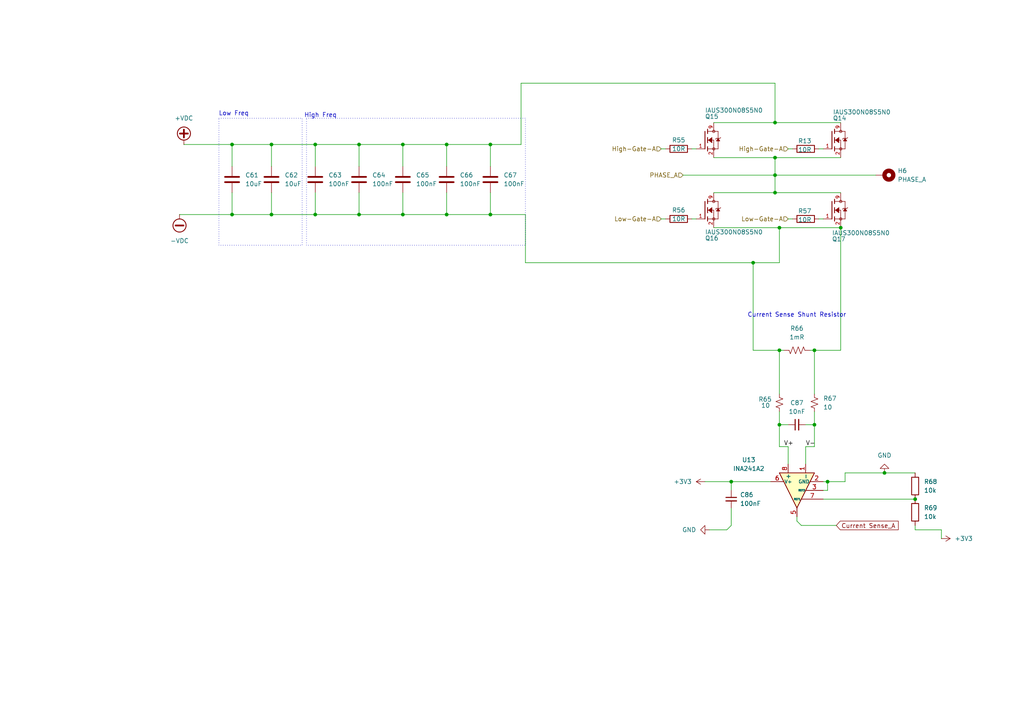
<source format=kicad_sch>
(kicad_sch (version 20250114) (generator "eeschema") (generator_version "9.0")
  (paper "A4")
  (lib_symbols
    (symbol "Device:C" (pin_numbers (hide yes)) (pin_names (offset 0.254))
      (property "Reference" "C" (at 0.635 2.54 0))
      (property "Value" "C" (at 0.635 -2.54 0))
      (symbol "C_0_1"
        (polyline (pts (xy -2.032 0.762) (xy 2.032 0.762)) (stroke (width 0.508)))
        (polyline (pts (xy -2.032 -0.762) (xy 2.032 -0.762)) (stroke (width 0.508)))
      )
      (symbol "C_1_1"
        (pin passive line (at 0 3.81 270) (length 2.794) (name "~") (number "1"))
        (pin passive line (at 0 -3.81 90) (length 2.794) (name "~") (number "2"))
      )
    )
    (symbol "Device:R" (pin_numbers (hide yes)) (pin_names (offset 0))
      (property "Reference" "R" (at 2.032 0 90))
      (property "Value" "R" (at 0 0 90))
      (symbol "R_0_1"
        (rectangle (start -1.016 -2.54) (end 1.016 2.54) (stroke (width 0.254)))
      )
      (symbol "R_1_1"
        (pin passive line (at 0 3.81 270) (length 1.27) (name "~") (number "1"))
        (pin passive line (at 0 -3.81 90) (length 1.27) (name "~") (number "2"))
      )
    )
    (symbol "IAUS300N08S5N014ATMA1:IAUS300N08S5N014ATMA1" (pin_names (offset 1.016))
      (property "Reference" "Q" (at -8.89 2.54 0))
      (property "Value" "IAUS300N08S5N014ATMA1" (at -8.89 -7.62 0))
      (symbol "IAUS300N08S5N014ATMA1_0_0"
        (polyline (pts (xy 0 2.54) (xy 0 -2.54)) (stroke (width 0.254)))
        (polyline (pts (xy 0.762 3.175) (xy 0.762 2.54)) (stroke (width 0.254)))
        (polyline (pts (xy 0.762 2.54) (xy 0.762 1.905)) (stroke (width 0.254)))
        (polyline (pts (xy 0.762 2.54) (xy 3.81 2.54)) (stroke (width 0.1524)))
        (polyline (pts (xy 0.762 0.762) (xy 0.762 0)) (stroke (width 0.254)))
        (polyline (pts (xy 0.762 0) (xy 0.762 -0.762)) (stroke (width 0.254)))
        (polyline (pts (xy 0.762 0) (xy 2.54 0)) (stroke (width 0.1524)))
        (polyline (pts (xy 0.762 -1.905) (xy 0.762 -2.54)) (stroke (width 0.254)))
        (polyline (pts (xy 0.762 -2.54) (xy 0.762 -3.175)) (stroke (width 0.254)))
        (polyline (pts (xy 1.016 0) (xy 2.032 0.762) (xy 2.032 -0.762) (xy 1.016 0)) (stroke (width 0.1524)) (fill (type outline)))
        (circle (center 2.54 2.54) (radius 0.3592))
        (polyline (pts (xy 2.54 0) (xy 2.54 -2.54)) (stroke (width 0.1524)))
        (polyline (pts (xy 2.54 -2.54) (xy 0.762 -2.54)) (stroke (width 0.1524)))
        (polyline (pts (xy 2.54 -2.54) (xy 3.81 -2.54)) (stroke (width 0.1524)))
        (circle (center 2.54 -2.54) (radius 0.3592))
        (polyline (pts (xy 3.302 0.508) (xy 3.048 0.254)) (stroke (width 0.1524)))
        (polyline (pts (xy 3.81 2.54) (xy 3.81 0.508)) (stroke (width 0.1524)))
        (polyline (pts (xy 3.81 0.508) (xy 3.302 0.508)) (stroke (width 0.1524)))
        (polyline (pts (xy 3.81 0.508) (xy 3.81 -2.54)) (stroke (width 0.1524)))
        (polyline (pts (xy 3.81 0.508) (xy 3.302 -0.254) (xy 4.318 -0.254) (xy 3.81 0.508)) (stroke (width 0.1524)) (fill (type outline)))
        (polyline (pts (xy 4.318 0.508) (xy 3.81 0.508)) (stroke (width 0.1524)))
        (polyline (pts (xy 4.572 0.762) (xy 4.318 0.508)) (stroke (width 0.1524)))
        (pin passive line (at -2.54 -2.54 0) (length 2.54) (name "~") (number "1"))
        (pin passive line (at 2.54 5.08 270) (length 2.54) (name "~") (number "9"))
        (pin passive line (at 2.54 -5.08 90) (length 2.54) (name "~") (number "2"))
        (pin passive line (at 2.54 -5.08 90) (length 2.54) (hide yes) (name "~") (number "3"))
        (pin passive line (at 2.54 -5.08 90) (length 2.54) (hide yes) (name "~") (number "4"))
        (pin passive line (at 2.54 -5.08 90) (length 2.54) (hide yes) (name "~") (number "5"))
        (pin passive line (at 2.54 -5.08 90) (length 2.54) (hide yes) (name "~") (number "6"))
        (pin passive line (at 2.54 -5.08 90) (length 2.54) (hide yes) (name "~") (number "7"))
        (pin passive line (at 2.54 -5.08 90) (length 2.54) (hide yes) (name "~") (number "8"))
      )
    )
    (symbol "Mechanical:MountingHole_Pad" (pin_numbers (hide yes)) (pin_names (offset 1.016) (hide yes)) (in_bom no)
      (property "Reference" "H" (at 0 6.35 0))
      (property "Value" "MountingHole_Pad" (at 0 4.445 0))
      (symbol "MountingHole_Pad_0_1"
        (circle (center 0 1.27) (radius 1.27) (stroke (width 1.27)))
      )
      (symbol "MountingHole_Pad_1_1"
        (pin input line (at 0 -2.54 90) (length 2.54) (name "1") (number "1"))
      )
    )
    (symbol "OpenMD:C_Small" (pin_numbers (hide yes)) (pin_names (offset 0.254) (hide yes))
      (property "Reference" "C" (at 0.254 1.778 0))
      (property "Value" "C_Small" (at 0.254 -2.032 0))
      (symbol "C_Small_0_1"
        (polyline (pts (xy -1.524 0.508) (xy 1.524 0.508)) (stroke (width 0.3048)))
        (polyline (pts (xy -1.524 -0.508) (xy 1.524 -0.508)) (stroke (width 0.3302)))
      )
      (symbol "C_Small_1_1"
        (pin passive line (at 0 2.54 270) (length 2.032) (name "~") (number "1"))
        (pin passive line (at 0 -2.54 90) (length 2.032) (name "~") (number "2"))
      )
    )
    (symbol "OpenMD:INA241A2xDDF" (pin_names (offset 0.127))
      (property "Reference" "U" (at 3.81 3.81 0))
      (property "Value" "INA241A2xDDF" (at 3.81 -2.54 0))
      (symbol "INA241A2xDDF_0_1"
        (polyline (pts (xy 5.08 0) (xy -5.08 5.08) (xy -5.08 -5.08) (xy 5.08 0)) (stroke (width 0.254)) (fill (type background)))
      )
      (symbol "INA241A2xDDF_1_1"
        (pin input line (at -7.62 2.54 0) (length 2.54) (name "+") (number "8"))
        (pin input line (at -7.62 -2.54 0) (length 2.54) (name "-") (number "1"))
        (pin power_in line (at -2.54 7.62 270) (length 3.81) (name "V+") (number "6"))
        (pin power_in line (at -2.54 -7.62 90) (length 3.81) (name "GND") (number "2"))
        (pin passive line (at -2.54 -7.62 90) (length 3.81) (hide yes) (name "GND") (number "4"))
        (pin passive line (at 0 -7.62 90) (length 5.08) (name "REF2") (number "3"))
        (pin passive line (at 2.54 -7.62 90) (length 6.35) (name "REF1") (number "7"))
        (pin output line (at 7.62 0 180) (length 2.54) (name "~") (number "5"))
      )
    )
    (symbol "OpenMD:R_Small_US" (pin_numbers (hide yes)) (pin_names (offset 0.254) (hide yes))
      (property "Reference" "R" (at 0.762 0.508 0))
      (property "Value" "R_Small_US" (at 0.762 -1.016 0))
      (symbol "R_Small_US_1_1"
        (polyline (pts (xy 0 1.524) (xy 1.016 1.143) (xy 0 0.762) (xy -1.016 0.381) (xy 0 0)))
        (polyline (pts (xy 0 0) (xy 1.016 -0.381) (xy 0 -0.762) (xy -1.016 -1.143) (xy 0 -1.524)))
        (pin passive line (at 0 2.54 270) (length 1.016) (name "~") (number "1"))
        (pin passive line (at 0 -2.54 90) (length 1.016) (name "~") (number "2"))
      )
    )
    (symbol "OpenMD:R_US" (pin_numbers (hide yes)) (pin_names (offset 0))
      (property "Reference" "R" (at 2.54 0 90))
      (property "Value" "R_US" (at -2.54 0 90))
      (symbol "R_US_0_1"
        (polyline (pts (xy 0 2.286) (xy 0 2.54)))
        (polyline (pts (xy 0 2.286) (xy 1.016 1.905) (xy 0 1.524) (xy -1.016 1.143) (xy 0 0.762)))
        (polyline (pts (xy 0 0.762) (xy 1.016 0.381) (xy 0 0) (xy -1.016 -0.381) (xy 0 -0.762)))
        (polyline (pts (xy 0 -0.762) (xy 1.016 -1.143) (xy 0 -1.524) (xy -1.016 -1.905) (xy 0 -2.286)))
        (polyline (pts (xy 0 -2.286) (xy 0 -2.54)))
      )
      (symbol "R_US_1_1"
        (pin passive line (at 0 3.81 270) (length 1.27) (name "~") (number "1"))
        (pin passive line (at 0 -3.81 90) (length 1.27) (name "~") (number "2"))
      )
    )
    (symbol "power:+3V3" (power) (pin_numbers (hide yes)) (pin_names (offset 0) (hide yes))
      (property "Value" "+3V3" (at 0 3.556 0))
      (symbol "+3V3_0_1"
        (polyline (pts (xy -0.762 1.27) (xy 0 2.54)))
        (polyline (pts (xy 0 2.54) (xy 0.762 1.27)))
        (polyline (pts (xy 0 0) (xy 0 2.54)))
      )
      (symbol "+3V3_1_1"
        (pin power_in line (at 0 0 90) (length 0) (name "~") (number "1"))
      )
    )
    (symbol "power:+VDC" (power) (pin_numbers (hide yes)) (pin_names (offset 0) (hide yes))
      (property "Value" "+VDC" (at 0 6.35 0))
      (symbol "+VDC_0_1"
        (polyline (pts (xy -1.143 3.175) (xy 1.143 3.175)) (stroke (width 0.508)))
        (circle (center 0 3.175) (radius 1.905) (stroke (width 0.254)))
        (polyline (pts (xy 0 2.032) (xy 0 4.318)) (stroke (width 0.508)))
        (polyline (pts (xy 0 0) (xy 0 1.27)))
      )
      (symbol "+VDC_1_1"
        (pin power_in line (at 0 0 90) (length 0) (name "~") (number "1"))
      )
    )
    (symbol "power:-VDC" (power) (pin_numbers (hide yes)) (pin_names (offset 0) (hide yes))
      (property "Value" "-VDC" (at 0 6.35 0))
      (symbol "-VDC_0_1"
        (polyline (pts (xy -1.143 3.175) (xy 1.143 3.175)) (stroke (width 0.508)))
        (circle (center 0 3.175) (radius 1.905) (stroke (width 0.254)))
        (polyline (pts (xy 0 0) (xy 0 1.27)))
      )
      (symbol "-VDC_1_1"
        (pin power_in line (at 0 0 90) (length 0) (name "~") (number "1"))
      )
    )
    (symbol "power:GND" (power) (pin_numbers (hide yes)) (pin_names (offset 0) (hide yes))
      (property "Value" "GND" (at 0 -3.81 0))
      (symbol "GND_0_1"
        (polyline (pts (xy 0 0) (xy 0 -1.27) (xy 1.27 -1.27) (xy 0 -2.54) (xy -1.27 -1.27) (xy 0 -1.27)))
      )
      (symbol "GND_1_1"
        (pin power_in line (at 0 0 270) (length 0) (name "~") (number "1"))
      )
    )
  )
  (rectangle (start 88.9 34.29) (end 152.4 71.12) (stroke (width 0) (type dot)))
  (rectangle (start 63.5 34.29) (end 87.63 71.12) (stroke (width 0) (type dot)))
  (text "Low Freq\n" (at 67.818 33.02 0) (effects (font (size 1.27 1.27))))
  (text "High Freq\n" (at 92.964 33.528 0) (effects (font (size 1.27 1.27))))
  (text "Current Sense Shunt Resistor\n" (at 231.14 91.44 0) (effects (font (size 1.27 1.27))))
  (junction (at 78.74 41.91))
  (junction (at 224.79 45.72))
  (junction (at 224.79 50.8))
  (junction (at 91.44 62.23))
  (junction (at 142.24 41.91))
  (junction (at 104.14 41.91))
  (junction (at 116.84 62.23))
  (junction (at 142.24 62.23))
  (junction (at 218.44 76.2))
  (junction (at 236.22 101.6))
  (junction (at 67.31 62.23))
  (junction (at 240.03 139.7))
  (junction (at 67.31 41.91))
  (junction (at 91.44 41.91))
  (junction (at 226.06 123.19))
  (junction (at 243.84 66.04))
  (junction (at 212.09 139.7))
  (junction (at 129.54 41.91))
  (junction (at 129.54 62.23))
  (junction (at 236.22 123.19))
  (junction (at 224.79 55.88))
  (junction (at 78.74 62.23))
  (junction (at 256.54 137.16))
  (junction (at 224.79 35.56))
  (junction (at 104.14 62.23))
  (junction (at 116.84 41.91))
  (junction (at 265.43 144.78))
  (junction (at 226.06 66.04))
  (junction (at 226.06 101.6))
  (wire (pts (xy 226.06 101.6) (xy 226.06 114.3)))
  (wire (pts (xy 224.79 45.72) (xy 224.79 50.8)))
  (wire (pts (xy 273.05 153.67) (xy 273.05 156.21)))
  (wire (pts (xy 78.74 55.88) (xy 78.74 62.23)))
  (wire (pts (xy 224.79 24.13) (xy 224.79 35.56)))
  (wire (pts (xy 233.68 129.54) (xy 236.22 129.54)))
  (wire (pts (xy 233.68 123.19) (xy 236.22 123.19)))
  (wire (pts (xy 198.12 50.8) (xy 224.79 50.8)))
  (wire (pts (xy 104.14 62.23) (xy 116.84 62.23)))
  (wire (pts (xy 265.43 137.16) (xy 256.54 137.16)))
  (wire (pts (xy 224.79 24.13) (xy 151.13 24.13)))
  (wire (pts (xy 238.76 139.7) (xy 240.03 139.7)))
  (wire (pts (xy 152.4 76.2) (xy 152.4 62.23)))
  (wire (pts (xy 231.14 151.13) (xy 232.41 152.4)))
  (wire (pts (xy 233.68 129.54) (xy 233.68 134.62)))
  (wire (pts (xy 237.49 63.5) (xy 238.76 63.5)))
  (wire (pts (xy 226.06 123.19) (xy 226.06 129.54)))
  (wire (pts (xy 207.01 35.56) (xy 224.79 35.56)))
  (wire (pts (xy 142.24 62.23) (xy 152.4 62.23)))
  (wire (pts (xy 226.06 123.19) (xy 228.6 123.19)))
  (wire (pts (xy 91.44 55.88) (xy 91.44 62.23)))
  (wire (pts (xy 78.74 62.23) (xy 91.44 62.23)))
  (wire (pts (xy 224.79 35.56) (xy 243.84 35.56)))
  (wire (pts (xy 226.06 76.2) (xy 226.06 66.04)))
  (wire (pts (xy 234.95 101.6) (xy 236.22 101.6)))
  (wire (pts (xy 238.76 142.24) (xy 240.03 142.24)))
  (wire (pts (xy 245.11 137.16) (xy 245.11 139.7)))
  (wire (pts (xy 207.01 45.72) (xy 224.79 45.72)))
  (wire (pts (xy 212.09 139.7) (xy 212.09 142.24)))
  (wire (pts (xy 240.03 139.7) (xy 245.11 139.7)))
  (wire (pts (xy 91.44 41.91) (xy 91.44 48.26)))
  (wire (pts (xy 78.74 41.91) (xy 78.74 48.26)))
  (wire (pts (xy 228.6 63.5) (xy 229.87 63.5)))
  (wire (pts (xy 265.43 144.78) (xy 238.76 144.78)))
  (wire (pts (xy 236.22 101.6) (xy 236.22 114.3)))
  (wire (pts (xy 212.09 147.32) (xy 212.09 152.4)))
  (wire (pts (xy 104.14 55.88) (xy 104.14 62.23)))
  (wire (pts (xy 91.44 62.23) (xy 104.14 62.23)))
  (wire (pts (xy 218.44 76.2) (xy 218.44 101.6)))
  (wire (pts (xy 67.31 41.91) (xy 78.74 41.91)))
  (wire (pts (xy 236.22 119.38) (xy 236.22 123.19)))
  (wire (pts (xy 226.06 129.54) (xy 228.6 129.54)))
  (wire (pts (xy 226.06 119.38) (xy 226.06 123.19)))
  (wire (pts (xy 129.54 62.23) (xy 142.24 62.23)))
  (wire (pts (xy 204.47 139.7) (xy 212.09 139.7)))
  (wire (pts (xy 91.44 41.91) (xy 104.14 41.91)))
  (wire (pts (xy 116.84 41.91) (xy 129.54 41.91)))
  (wire (pts (xy 116.84 41.91) (xy 116.84 48.26)))
  (wire (pts (xy 236.22 123.19) (xy 236.22 129.54)))
  (wire (pts (xy 224.79 50.8) (xy 254 50.8)))
  (wire (pts (xy 200.66 63.5) (xy 201.93 63.5)))
  (wire (pts (xy 228.6 43.18) (xy 229.87 43.18)))
  (wire (pts (xy 151.13 24.13) (xy 151.13 41.91)))
  (wire (pts (xy 200.66 43.18) (xy 201.93 43.18)))
  (wire (pts (xy 142.24 41.91) (xy 151.13 41.91)))
  (wire (pts (xy 142.24 55.88) (xy 142.24 62.23)))
  (wire (pts (xy 224.79 55.88) (xy 243.84 55.88)))
  (wire (pts (xy 243.84 101.6) (xy 236.22 101.6)))
  (wire (pts (xy 53.34 41.91) (xy 67.31 41.91)))
  (wire (pts (xy 205.74 153.67) (xy 210.82 153.67)))
  (wire (pts (xy 116.84 55.88) (xy 116.84 62.23)))
  (wire (pts (xy 231.14 149.86) (xy 231.14 151.13)))
  (wire (pts (xy 104.14 41.91) (xy 104.14 48.26)))
  (wire (pts (xy 228.6 129.54) (xy 228.6 134.62)))
  (wire (pts (xy 232.41 152.4) (xy 242.57 152.4)))
  (wire (pts (xy 67.31 41.91) (xy 67.31 48.26)))
  (wire (pts (xy 207.01 55.88) (xy 224.79 55.88)))
  (wire (pts (xy 210.82 153.67) (xy 212.09 152.4)))
  (wire (pts (xy 129.54 55.88) (xy 129.54 62.23)))
  (wire (pts (xy 273.05 153.67) (xy 265.43 153.67)))
  (wire (pts (xy 224.79 50.8) (xy 224.79 55.88)))
  (wire (pts (xy 218.44 101.6) (xy 226.06 101.6)))
  (wire (pts (xy 226.06 66.04) (xy 243.84 66.04)))
  (wire (pts (xy 104.14 41.91) (xy 116.84 41.91)))
  (wire (pts (xy 78.74 41.91) (xy 91.44 41.91)))
  (wire (pts (xy 129.54 48.26) (xy 129.54 41.91)))
  (wire (pts (xy 116.84 62.23) (xy 129.54 62.23)))
  (wire (pts (xy 218.44 76.2) (xy 226.06 76.2)))
  (wire (pts (xy 129.54 41.91) (xy 142.24 41.91)))
  (wire (pts (xy 207.01 66.04) (xy 226.06 66.04)))
  (wire (pts (xy 152.4 76.2) (xy 218.44 76.2)))
  (wire (pts (xy 191.77 63.5) (xy 193.04 63.5)))
  (wire (pts (xy 193.04 43.18) (xy 191.77 43.18)))
  (wire (pts (xy 256.54 137.16) (xy 245.11 137.16)))
  (wire (pts (xy 52.07 62.23) (xy 67.31 62.23)))
  (wire (pts (xy 142.24 48.26) (xy 142.24 41.91)))
  (wire (pts (xy 67.31 55.88) (xy 67.31 62.23)))
  (wire (pts (xy 212.09 139.7) (xy 223.52 139.7)))
  (wire (pts (xy 265.43 152.4) (xy 265.43 153.67)))
  (wire (pts (xy 237.49 43.18) (xy 238.76 43.18)))
  (wire (pts (xy 240.03 139.7) (xy 240.03 142.24)))
  (wire (pts (xy 67.31 62.23) (xy 78.74 62.23)))
  (wire (pts (xy 224.79 45.72) (xy 243.84 45.72)))
  (wire (pts (xy 227.33 101.6) (xy 226.06 101.6)))
  (wire (pts (xy 243.84 66.04) (xy 243.84 101.6)))
  (label "V+" (at 227.33 129.54 0))
  (label "V-" (at 233.68 129.54 0))
  (global_label "Current Sense_A" (shape input) (at 242.57 152.4 0) (property "Intersheetrefs" "${INTERSHEET_REFS}" (effects (hide yes))))
  (hierarchical_label "Low-Gate-A" (shape input) (at 191.77 63.5 180))
  (hierarchical_label "Low-Gate-A" (shape input) (at 228.6 63.5 180))
  (hierarchical_label "PHASE_A" (shape input) (at 198.12 50.8 180))
  (hierarchical_label "High-Gate-A" (shape input) (at 228.6 43.18 180))
  (hierarchical_label "High-Gate-A" (shape input) (at 191.77 43.18 180))
  (symbol (lib_id "Device:C") (at 116.84 52.07 0) (unit 1)
    (property "Reference" "C65" (at 120.65 50.7999 0) (effects (justify left)))
    (property "Value" "100nF" (at 120.65 53.3399 0) (effects (justify left)))
    (property "Footprint" "Capacitor_SMD:C_0805_2012Metric_Pad1.18x1.45mm_HandSolder" (effects (hide yes)))
    (property "Description" "Unpolarized capacitor" (effects (hide yes)))
  )
  (symbol (lib_id "Device:R") (at 196.85 43.18 90) (unit 1)
    (property "Reference" "R55" (at 196.85 40.64 90))
    (property "Value" "10R" (at 196.85 43.18 90))
    (property "Footprint" "Resistor_SMD:R_0805_2012Metric_Pad1.20x1.40mm_HandSolder" (effects (hide yes)))
    (property "Description" "Resistor" (effects (hide yes)))
  )
  (symbol (lib_id "Device:R") (at 196.85 63.5 90) (unit 1)
    (property "Reference" "R56" (at 196.85 60.96 90))
    (property "Value" "10R" (at 196.85 63.5 90))
    (property "Footprint" "Resistor_SMD:R_0805_2012Metric_Pad1.20x1.40mm_HandSolder" (effects (hide yes)))
    (property "Description" "Resistor" (effects (hide yes)))
  )
  (symbol (lib_id "Mechanical:MountingHole_Pad") (at 256.54 50.8 270) (unit 1) (in_bom no)
    (property "Reference" "H6" (at 260.35 49.5299 90) (effects (justify left)))
    (property "Value" "PHASE_A" (at 260.35 52.0699 90) (effects (justify left)))
    (property "Footprint" "MountingHole:MountingHole_3.7mm_Pad_Via" (effects (hide yes)))
    (property "Description" "Mounting Hole with connection" (effects (hide yes)))
  )
  (symbol (lib_id "power:-VDC") (at 52.07 62.23 180) (unit 1)
    (property "Reference" "#PWR0103" (effects (hide yes)))
    (property "Value" "-VDC" (at 52.07 69.85 0))
    (property "Description" "Power symbol creates a global label with name \"-VDC\"" (effects (hide yes)))
  )
  (symbol (lib_id "OpenMD:C_Small") (at 231.14 123.19 90) (unit 1)
    (property "Reference" "C87" (at 231.14 116.84 90))
    (property "Value" "10nF" (at 231.1463 119.38 90))
    (property "Footprint" "Capacitor_SMD:C_0402_1005Metric_Pad0.74x0.62mm_HandSolder" (effects (hide yes)))
    (property "Description" "Unpolarized capacitor, small symbol" (effects (hide yes)))
    (property "Rating" "5V" (effects (hide yes)))
    (property "Manufacturer_Part_Number" "CSA0603X7R103K500JT" (effects (hide yes)))
    (property "Source" "LCSC" (effects (hide yes)))
  )
  (symbol (lib_id "Device:R") (at 265.43 140.97 0) (unit 1)
    (property "Reference" "R68" (at 267.97 139.6999 0) (effects (justify left)))
    (property "Value" "10k" (at 267.97 142.2399 0) (effects (justify left)))
    (property "Footprint" "Resistor_SMD:R_1812_4532Metric_Pad1.30x3.40mm_HandSolder" (effects (hide yes)))
    (property "Description" "Resistor" (effects (hide yes)))
  )
  (symbol (lib_id "Device:R") (at 233.68 43.18 90) (unit 1)
    (property "Reference" "R13" (at 233.426 40.894 90))
    (property "Value" "10R" (at 233.426 43.434 90))
    (property "Footprint" "Resistor_SMD:R_0805_2012Metric_Pad1.20x1.40mm_HandSolder" (effects (hide yes)))
    (property "Description" "Resistor" (effects (hide yes)))
  )
  (symbol (lib_id "power:GND") (at 256.54 137.16 180) (unit 1)
    (property "Reference" "#PWR0119" (effects (hide yes)))
    (property "Value" "GND" (at 256.54 132.08 0))
    (property "Description" "Power symbol creates a global label with name \"GND\" , ground" (effects (hide yes)))
  )
  (symbol (lib_id "Device:C") (at 78.74 52.07 0) (unit 1)
    (property "Reference" "C62" (at 82.55 50.7999 0) (effects (justify left)))
    (property "Value" "10uF" (at 82.55 53.3399 0) (effects (justify left)))
    (property "Footprint" "Capacitor_SMD:C_1210_3225Metric_Pad1.33x2.70mm_HandSolder" (effects (hide yes)))
    (property "Description" "Unpolarized capacitor" (effects (hide yes)))
  )
  (symbol (lib_id "Device:R") (at 265.43 148.59 0) (unit 1)
    (property "Reference" "R69" (at 267.97 147.3199 0) (effects (justify left)))
    (property "Value" "10k" (at 267.97 149.8599 0) (effects (justify left)))
    (property "Footprint" "Resistor_SMD:R_1812_4532Metric_Pad1.30x3.40mm_HandSolder" (effects (hide yes)))
    (property "Description" "Resistor" (effects (hide yes)))
  )
  (symbol (lib_id "Device:C") (at 129.54 52.07 0) (unit 1)
    (property "Reference" "C66" (at 133.35 50.7999 0) (effects (justify left)))
    (property "Value" "100nF" (at 133.35 53.3399 0) (effects (justify left)))
    (property "Footprint" "Capacitor_SMD:C_0805_2012Metric_Pad1.18x1.45mm_HandSolder" (effects (hide yes)))
    (property "Description" "Unpolarized capacitor" (effects (hide yes)))
  )
  (symbol (lib_id "Device:C") (at 67.31 52.07 0) (unit 1)
    (property "Reference" "C61" (at 71.12 50.7999 0) (effects (justify left)))
    (property "Value" "10uF" (at 71.12 53.3399 0) (effects (justify left)))
    (property "Footprint" "Capacitor_SMD:C_1210_3225Metric_Pad1.33x2.70mm_HandSolder" (effects (hide yes)))
    (property "Description" "Unpolarized capacitor" (effects (hide yes)))
  )
  (symbol (lib_id "power:+3V3") (at 204.47 139.7 90) (unit 1)
    (property "Reference" "#PWR0117" (effects (hide yes)))
    (property "Value" "+3V3" (at 200.66 139.6999 90) (effects (justify left)))
    (property "Description" "Power symbol creates a global label with name \"+3V3\"" (effects (hide yes)))
  )
  (symbol (lib_id "OpenMD:INA241A2xDDF") (at 231.14 142.24 90) (mirror x) (unit 1)
    (property "Reference" "U13" (at 217.17 133.3814 90))
    (property "Value" "INA241A2" (at 217.17 135.9214 90))
    (property "Footprint" "Package_TO_SOT_SMD:SOT-23-8_Handsoldering" (effects (hide yes)))
    (property "Datasheet" "https://www.ti.com/lit/ds/symlink/ina296x.pdf" (effects (hide yes)))
    (property "Description" "High- and Low-Side, Bidirectional, Zero-Drift, Current-Sense Amplifier With Enhanced PWM Rejection, 20V/V, ±0.01% Gain Accuracy, ±10 μV Offset Voltage, SOIC-8" (effects (hide yes)))
    (property "Rating" "110V" (effects (hide yes)))
    (property "Source" "LCSC" (effects (hide yes)))
    (property "Manufacturer_Part_Number" "INA241A2DDFR" (effects (hide yes)))
  )
  (symbol (lib_id "Device:C") (at 91.44 52.07 0) (unit 1)
    (property "Reference" "C63" (at 95.25 50.7999 0) (effects (justify left)))
    (property "Value" "100nF" (at 95.25 53.3399 0) (effects (justify left)))
    (property "Footprint" "Capacitor_SMD:C_0805_2012Metric_Pad1.18x1.45mm_HandSolder" (effects (hide yes)))
    (property "Description" "Unpolarized capacitor" (effects (hide yes)))
  )
  (symbol (lib_id "OpenMD:R_Small_US") (at 236.22 116.84 0) (unit 1)
    (property "Reference" "R67" (at 238.76 115.5699 0) (effects (justify left)))
    (property "Value" "10" (at 238.76 118.1099 0) (effects (justify left)))
    (property "Footprint" "Resistor_SMD:R_0402_1005Metric_Pad0.72x0.64mm_HandSolder" (effects (hide yes)))
    (property "Description" "Resistor, small US symbol" (effects (hide yes)))
    (property "Rating" "100mW" (effects (hide yes)))
    (property "Source" "LCSC" (effects (hide yes)))
    (property "Manufacturer_Part_Number" "RTT0310R0FTP" (effects (hide yes)))
  )
  (symbol (lib_id "IAUS300N08S5N014ATMA1:IAUS300N08S5N014ATMA1") (at 204.47 60.96 0) (unit 1)
    (property "Reference" "Q16" (at 204.47 69.088 0) (effects (justify left)))
    (property "Value" "IAUS300N08S5N0" (at 204.47 67.31 0) (effects (justify left)))
    (property "Footprint" "MOSFET:TRANS_IAUS300N08S5N014ATMA1" (effects (hide yes)))
    (property "MF" "Infineon Technologies" (effects (hide yes)))
    (property "DESCRIPTION" "N-Channel 80V 300A _Tc_ 300W _Tc_ Surface Mount PG-HSOG-8-1" (effects (hide yes)))
    (property "PACKAGE" "PowerSMD-8 Infineon Technologies" (effects (hide yes)))
    (property "PRICE" "None" (effects (hide yes)))
    (property "Package" "PowerSMD-8 Infineon Technologies" (effects (hide yes)))
    (property "Check_prices" "https://www.snapeda.com/parts/IAUS300N08S5N014ATMA1/Infineon/view-part/?ref=eda" (effects (hide yes)))
    (property "Price" "None" (effects (hide yes)))
    (property "SnapEDA_Link" "https://www.snapeda.com/parts/IAUS300N08S5N014ATMA1/Infineon/view-part/?ref=snap" (effects (hide yes)))
    (property "MP" "IAUS300N08S5N014ATMA1" (effects (hide yes)))
    (property "Availability" "In Stock" (effects (hide yes)))
    (property "AVAILABILITY" "Unavailable" (effects (hide yes)))
    (property "Description_1" "N-Channel 80 V 300A (Tc) 300W (Tc) Surface Mount PG-HSOG-8-1" (effects (hide yes)))
  )
  (symbol (lib_id "OpenMD:R_US") (at 231.14 101.6 270) (mirror x) (unit 1)
    (property "Reference" "R66" (at 231.14 95.25 90))
    (property "Value" "1mR" (at 231.14 97.79 90))
    (property "Footprint" "Resistor_SMD:R_2512_6332Metric_Pad1.40x3.35mm_HandSolder" (effects (hide yes)))
    (property "Description" "Resistor, US symbol" (effects (hide yes)))
    (property "Rating" "3W" (effects (hide yes)))
    (property "Source" "LCSC" (effects (hide yes)))
    (property "Manufacturer_Part_Number" "ASR-M-3-0.5F" (effects (hide yes)))
  )
  (symbol (lib_id "OpenMD:R_Small_US") (at 226.06 116.84 0) (unit 1)
    (property "Reference" "R65" (at 219.964 115.824 0) (effects (justify left)))
    (property "Value" "10" (at 220.726 117.602 0) (effects (justify left)))
    (property "Footprint" "Resistor_SMD:R_0402_1005Metric_Pad0.72x0.64mm_HandSolder" (effects (hide yes)))
    (property "Description" "Resistor, small US symbol" (effects (hide yes)))
    (property "Rating" "100mW" (effects (hide yes)))
    (property "Source" "LCSC" (effects (hide yes)))
    (property "Manufacturer_Part_Number" "RTT0310R0FTP" (effects (hide yes)))
  )
  (symbol (lib_id "power:GND") (at 205.74 153.67 270) (unit 1)
    (property "Reference" "#PWR0118" (effects (hide yes)))
    (property "Value" "GND" (at 201.93 153.6699 90) (effects (justify right)))
    (property "Description" "Power symbol creates a global label with name \"GND\" , ground" (effects (hide yes)))
  )
  (symbol (lib_id "Device:C") (at 142.24 52.07 0) (unit 1)
    (property "Reference" "C67" (at 146.05 50.7999 0) (effects (justify left)))
    (property "Value" "100nF" (at 146.05 53.3399 0) (effects (justify left)))
    (property "Footprint" "Capacitor_SMD:C_0805_2012Metric_Pad1.18x1.45mm_HandSolder" (effects (hide yes)))
    (property "Description" "Unpolarized capacitor" (effects (hide yes)))
  )
  (symbol (lib_id "IAUS300N08S5N014ATMA1:IAUS300N08S5N014ATMA1") (at 241.3 60.96 0) (unit 1)
    (property "Reference" "Q17" (at 241.3 69.342 0) (effects (justify left)))
    (property "Value" "IAUS300N08S5N0" (at 241.3 67.564 0) (effects (justify left)))
    (property "Footprint" "MOSFET:TRANS_IAUS300N08S5N014ATMA1" (effects (hide yes)))
    (property "MF" "Infineon Technologies" (effects (hide yes)))
    (property "DESCRIPTION" "N-Channel 80V 300A _Tc_ 300W _Tc_ Surface Mount PG-HSOG-8-1" (effects (hide yes)))
    (property "PACKAGE" "PowerSMD-8 Infineon Technologies" (effects (hide yes)))
    (property "PRICE" "None" (effects (hide yes)))
    (property "Package" "PowerSMD-8 Infineon Technologies" (effects (hide yes)))
    (property "Check_prices" "https://www.snapeda.com/parts/IAUS300N08S5N014ATMA1/Infineon/view-part/?ref=eda" (effects (hide yes)))
    (property "Price" "None" (effects (hide yes)))
    (property "SnapEDA_Link" "https://www.snapeda.com/parts/IAUS300N08S5N014ATMA1/Infineon/view-part/?ref=snap" (effects (hide yes)))
    (property "MP" "IAUS300N08S5N014ATMA1" (effects (hide yes)))
    (property "Availability" "In Stock" (effects (hide yes)))
    (property "AVAILABILITY" "Unavailable" (effects (hide yes)))
    (property "Description_1" "N-Channel 80 V 300A (Tc) 300W (Tc) Surface Mount PG-HSOG-8-1" (effects (hide yes)))
  )
  (symbol (lib_id "Device:R") (at 233.68 63.5 90) (unit 1)
    (property "Reference" "R57" (at 233.426 61.214 90))
    (property "Value" "10R" (at 233.426 63.754 90))
    (property "Footprint" "Resistor_SMD:R_0805_2012Metric_Pad1.20x1.40mm_HandSolder" (effects (hide yes)))
    (property "Description" "Resistor" (effects (hide yes)))
  )
  (symbol (lib_id "Device:C") (at 104.14 52.07 0) (unit 1)
    (property "Reference" "C64" (at 107.95 50.7999 0) (effects (justify left)))
    (property "Value" "100nF" (at 107.95 53.3399 0) (effects (justify left)))
    (property "Footprint" "Capacitor_SMD:C_0805_2012Metric_Pad1.18x1.45mm_HandSolder" (effects (hide yes)))
    (property "Description" "Unpolarized capacitor" (effects (hide yes)))
  )
  (symbol (lib_id "power:+VDC") (at 53.34 41.91 0) (unit 1)
    (property "Reference" "#PWR0102" (effects (hide yes)))
    (property "Value" "+VDC" (at 53.34 34.29 0))
    (property "Description" "Power symbol creates a global label with name \"+VDC\"" (effects (hide yes)))
  )
  (symbol (lib_id "OpenMD:C_Small") (at 212.09 144.78 0) (unit 1)
    (property "Reference" "C86" (at 214.63 143.5162 0) (effects (justify left)))
    (property "Value" "100nF" (at 214.63 146.0562 0) (effects (justify left)))
    (property "Footprint" "Capacitor_SMD:C_0402_1005Metric_Pad0.74x0.62mm_HandSolder" (effects (hide yes)))
    (property "Description" "Unpolarized capacitor, small symbol" (effects (hide yes)))
    (property "Rating" "6.3V" (effects (hide yes)))
    (property "Source" "LCSC" (effects (hide yes)))
    (property "Manufacturer_Part_Number" "CGA0603X7R104K500JT" (effects (hide yes)))
  )
  (symbol (lib_id "power:+3V3") (at 273.05 156.21 270) (unit 1)
    (property "Reference" "#PWR0120" (effects (hide yes)))
    (property "Value" "+3V3" (at 276.86 156.2099 90) (effects (justify left)))
    (property "Description" "Power symbol creates a global label with name \"+3V3\"" (effects (hide yes)))
  )
  (symbol (lib_id "IAUS300N08S5N014ATMA1:IAUS300N08S5N014ATMA1") (at 241.3 40.64 0) (unit 1)
    (property "Reference" "Q14" (at 241.554 34.29 0) (effects (justify left)))
    (property "Value" "IAUS300N08S5N0" (at 241.554 32.512 0) (effects (justify left)))
    (property "Footprint" "MOSFET:TRANS_IAUS300N08S5N014ATMA1" (effects (hide yes)))
    (property "Datasheet" "https://www.infineon.com/assets/row/public/documents/10/49/infineon-iaus300n08s5n014-datasheet-en.pdf" (effects (hide yes)))
    (property "MF" "Infineon Technologies" (effects (hide yes)))
    (property "DESCRIPTION" "N-Channel 80V 300A _Tc_ 300W _Tc_ Surface Mount PG-HSOG-8-1" (effects (hide yes)))
    (property "PACKAGE" "PowerSMD-8 Infineon Technologies" (effects (hide yes)))
    (property "PRICE" "None" (effects (hide yes)))
    (property "Package" "PowerSMD-8 Infineon Technologies" (effects (hide yes)))
    (property "Check_prices" "https://www.snapeda.com/parts/IAUS300N08S5N014ATMA1/Infineon/view-part/?ref=eda" (effects (hide yes)))
    (property "Price" "None" (effects (hide yes)))
    (property "SnapEDA_Link" "https://www.snapeda.com/parts/IAUS300N08S5N014ATMA1/Infineon/view-part/?ref=snap" (effects (hide yes)))
    (property "MP" "IAUS300N08S5N014ATMA1" (effects (hide yes)))
    (property "Availability" "In Stock" (effects (hide yes)))
    (property "AVAILABILITY" "Unavailable" (effects (hide yes)))
    (property "Description_1" "N-Channel 80 V 300A (Tc) 300W (Tc) Surface Mount PG-HSOG-8-1" (effects (hide yes)))
  )
  (symbol (lib_id "IAUS300N08S5N014ATMA1:IAUS300N08S5N014ATMA1") (at 204.47 40.64 0) (unit 1)
    (property "Reference" "Q15" (at 204.47 33.782 0) (effects (justify left)))
    (property "Value" "IAUS300N08S5N0" (at 204.47 32.004 0) (effects (justify left)))
    (property "Footprint" "MOSFET:TRANS_IAUS300N08S5N014ATMA1" (effects (hide yes)))
    (property "MF" "Infineon Technologies" (effects (hide yes)))
    (property "DESCRIPTION" "N-Channel 80V 300A _Tc_ 300W _Tc_ Surface Mount PG-HSOG-8-1" (effects (hide yes)))
    (property "PACKAGE" "PowerSMD-8 Infineon Technologies" (effects (hide yes)))
    (property "PRICE" "None" (effects (hide yes)))
    (property "Package" "PowerSMD-8 Infineon Technologies" (effects (hide yes)))
    (property "Check_prices" "https://www.snapeda.com/parts/IAUS300N08S5N014ATMA1/Infineon/view-part/?ref=eda" (effects (hide yes)))
    (property "Price" "None" (effects (hide yes)))
    (property "SnapEDA_Link" "https://www.snapeda.com/parts/IAUS300N08S5N014ATMA1/Infineon/view-part/?ref=snap" (effects (hide yes)))
    (property "MP" "IAUS300N08S5N014ATMA1" (effects (hide yes)))
    (property "Availability" "In Stock" (effects (hide yes)))
    (property "AVAILABILITY" "Unavailable" (effects (hide yes)))
    (property "Description_1" "N-Channel 80 V 300A (Tc) 300W (Tc) Surface Mount PG-HSOG-8-1" (effects (hide yes)))
  )
)
</source>
